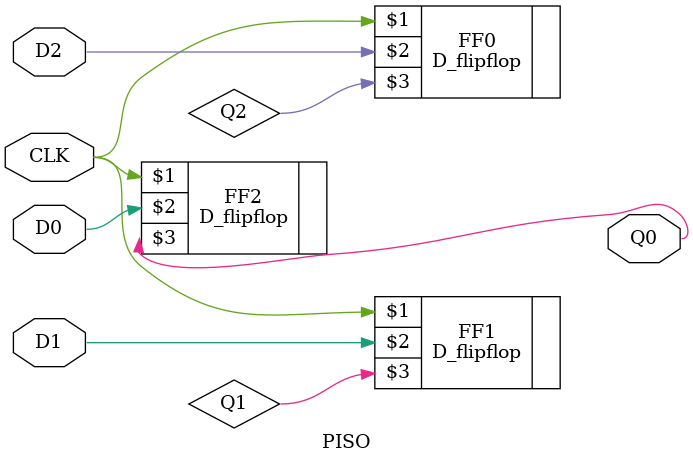
<source format=sv>

module PISO(CLK, D2, D1, D0, Q0);
    input CLK, D2, D1, D0;
    output Q0;
    wire Q2, Q1;

    D_flipflop FF0 (CLK, D2, Q2);
    D_flipflop FF1 (CLK, D1, Q1);
    D_flipflop FF2 (CLK, D0, Q0);
endmodule

</source>
